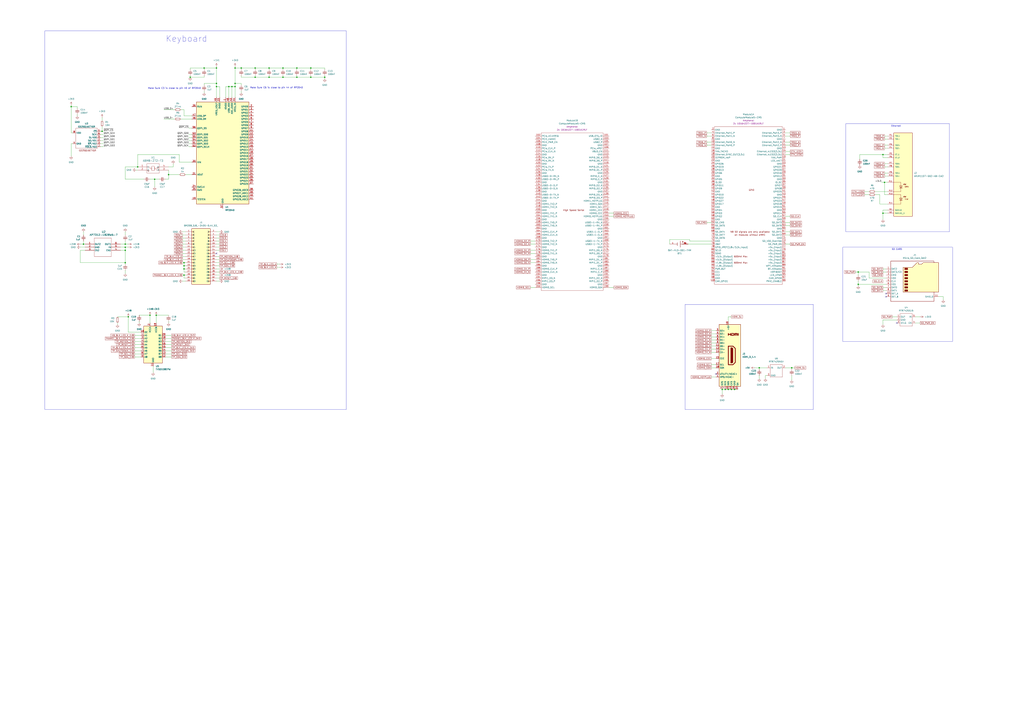
<source format=kicad_sch>
(kicad_sch (version 20250114) (generator "eeschema") (generator_version "9.0")
  (paper "A1")
  (rectangle (start 694.69 101.6) (end 779.78 190.5))
  (rectangle (start 562.61 250.19) (end 668.02 336.55))
  (rectangle (start 692.15 203.2) (end 782.32 280.67))
  (rectangle (start 36.83 25.4) (end 284.48 336.55))
  (text "SD CARD" (at 736.6 204.978 0) (effects (font (size 1.27 1.27))))
  (text "Make Sure C6 is close to pin 44 of RP2040" (at 227.076 72.136 0) (effects (font (size 1.27 1.27))))
  (text "Keyboard" (at 153.162 32.004 0) (effects (font (size 5 5))))
  (text "Make Sure C3 is close to pin 45 of RP2040" (at 143.256 72.644 0) (effects (font (size 1.27 1.27))))
  (text "Ethernet" (at 735.838 103.632 0) (effects (font (size 1.27 1.27))))
  (junction (at 243.84 55.88))
  (junction (at 232.41 63.5))
  (junction (at 177.8 68.58))
  (junction (at 68.58 200.66))
  (junction (at 603.25 320.04))
  (junction (at 598.17 320.04))
  (junction (at 209.55 63.5))
  (junction (at 128.27 259.08))
  (junction (at 123.19 259.08))
  (junction (at 255.27 55.88))
  (junction (at 266.7 63.5))
  (junction (at 167.64 55.88))
  (junction (at 177.8 71.12))
  (junction (at 151.13 220.98))
  (junction (at 198.12 55.88))
  (junction (at 726.44 149.86))
  (junction (at 704.85 223.52))
  (junction (at 220.98 63.5))
  (junction (at 105.41 260.35))
  (junction (at 127 147.32))
  (junction (at 193.04 55.88))
  (junction (at 151.13 215.9))
  (junction (at 220.98 55.88))
  (junction (at 138.43 143.51))
  (junction (at 151.13 226.06))
  (junction (at 725.17 175.26))
  (junction (at 725.17 127))
  (junction (at 623.57 302.26))
  (junction (at 600.71 320.04))
  (junction (at 209.55 55.88))
  (junction (at 193.04 68.58))
  (junction (at 102.87 200.66))
  (junction (at 193.04 71.12))
  (junction (at 102.87 203.2))
  (junction (at 177.8 55.88))
  (junction (at 650.24 302.26))
  (junction (at 190.5 71.12))
  (junction (at 113.03 137.16))
  (junction (at 58.42 87.63))
  (junction (at 593.09 320.04))
  (junction (at 255.27 63.5))
  (junction (at 102.87 205.74))
  (junction (at 704.85 233.68))
  (junction (at 243.84 63.5))
  (junction (at 83.82 107.95))
  (junction (at 151.13 218.44))
  (junction (at 187.96 71.12))
  (junction (at 102.87 215.9))
  (junction (at 232.41 55.88))
  (junction (at 156.21 63.5))
  (junction (at 595.63 320.04))
  (no_connect (at 177.8 208.28))
  (no_connect (at 588.01 307.34))
  (no_connect (at 727.71 241.3))
  (no_connect (at 727.71 243.84))
  (no_connect (at 736.6 265.43))
  (wire (pts (xy 156.21 57.15) (xy 156.21 55.88)))
  (wire (pts (xy 177.8 71.12) (xy 177.8 68.58)))
  (wire (pts (xy 726.44 121.92) (xy 728.98 121.92)))
  (wire (pts (xy 135.89 275.59) (xy 140.97 275.59)))
  (wire (pts (xy 125.73 300.99) (xy 125.73 306.07)))
  (wire (pts (xy 177.8 71.12) (xy 177.8 80.01)))
  (wire (pts (xy 726.44 149.86) (xy 728.98 149.86)))
  (wire (pts (xy 138.43 137.16) (xy 142.24 137.16)))
  (wire (pts (xy 774.7 243.84) (xy 774.7 246.38)))
  (wire (pts (xy 110.49 275.59) (xy 115.57 275.59)))
  (wire (pts (xy 580.39 182.88) (xy 584.2 182.88)))
  (wire (pts (xy 147.32 127) (xy 113.03 127)))
  (wire (pts (xy 110.49 280.67) (xy 115.57 280.67)))
  (wire (pts (xy 220.98 55.88) (xy 220.98 57.15)))
  (wire (pts (xy 154.94 113.03) (xy 157.48 113.03)))
  (wire (pts (xy 83.82 104.14) (xy 83.82 107.95)))
  (wire (pts (xy 435.61 208.28) (xy 439.42 208.28)))
  (wire (pts (xy 713.74 223.52) (xy 704.85 223.52)))
  (wire (pts (xy 584.2 299.72) (xy 588.01 299.72)))
  (wire (pts (xy 722.63 167.64) (xy 722.63 160.02)))
  (wire (pts (xy 68.58 198.12) (xy 68.58 200.66)))
  (wire (pts (xy 220.98 55.88) (xy 232.41 55.88)))
  (wire (pts (xy 149.86 208.28) (xy 152.4 208.28)))
  (wire (pts (xy 102.87 224.79) (xy 102.87 222.25)))
  (wire (pts (xy 580.39 109.22) (xy 584.2 109.22)))
  (wire (pts (xy 255.27 63.5) (xy 255.27 62.23)))
  (wire (pts (xy 96.52 260.35) (xy 105.41 260.35)))
  (wire (pts (xy 549.91 200.66) (xy 549.91 196.85)))
  (wire (pts (xy 726.44 134.62) (xy 728.98 134.62)))
  (wire (pts (xy 566.42 198.12) (xy 584.2 198.12)))
  (wire (pts (xy 167.64 69.85) (xy 167.64 68.58)))
  (wire (pts (xy 63.5 95.25) (xy 63.5 93.98)))
  (wire (pts (xy 167.64 62.23) (xy 167.64 63.5)))
  (wire (pts (xy 232.41 55.88) (xy 232.41 57.15)))
  (wire (pts (xy 227.33 217.17) (xy 229.87 217.17)))
  (wire (pts (xy 102.87 205.74) (xy 99.06 205.74)))
  (wire (pts (xy 718.82 157.48) (xy 728.98 157.48)))
  (wire (pts (xy 156.21 63.5) (xy 156.21 62.23)))
  (wire (pts (xy 580.39 116.84) (xy 584.2 116.84)))
  (wire (pts (xy 149.86 226.06) (xy 151.13 226.06)))
  (wire (pts (xy 151.13 226.06) (xy 152.4 226.06)))
  (wire (pts (xy 147.32 143.51) (xy 138.43 143.51)))
  (wire (pts (xy 110.49 293.37) (xy 115.57 293.37)))
  (wire (pts (xy 147.32 133.35) (xy 147.32 127)))
  (wire (pts (xy 566.42 196.85) (xy 566.42 198.12)))
  (wire (pts (xy 110.49 285.75) (xy 115.57 285.75)))
  (wire (pts (xy 151.13 226.06) (xy 151.13 228.6)))
  (wire (pts (xy 102.87 198.12) (xy 102.87 200.66)))
  (wire (pts (xy 177.8 203.2) (xy 180.34 203.2)))
  (wire (pts (xy 725.17 127) (xy 706.12 127)))
  (wire (pts (xy 243.84 63.5) (xy 243.84 62.23)))
  (wire (pts (xy 99.06 200.66) (xy 102.87 200.66)))
  (wire (pts (xy 645.16 190.5) (xy 648.97 190.5)))
  (wire (pts (xy 177.8 223.52) (xy 180.34 223.52)))
  (wire (pts (xy 732.79 260.35) (xy 736.6 260.35)))
  (wire (pts (xy 149.86 198.12) (xy 152.4 198.12)))
  (wire (pts (xy 114.3 264.16) (xy 114.3 265.43)))
  (wire (pts (xy 177.8 205.74) (xy 180.34 205.74)))
  (wire (pts (xy 220.98 63.5) (xy 220.98 62.23)))
  (wire (pts (xy 232.41 63.5) (xy 220.98 63.5)))
  (wire (pts (xy 82.55 120.65) (xy 85.09 120.65)))
  (wire (pts (xy 629.92 308.61) (xy 628.65 308.61)))
  (wire (pts (xy 149.86 193.04) (xy 152.4 193.04)))
  (wire (pts (xy 68.58 190.5) (xy 68.58 193.04)))
  (wire (pts (xy 177.8 220.98) (xy 180.34 220.98)))
  (wire (pts (xy 63.5 88.9) (xy 63.5 87.63)))
  (wire (pts (xy 725.17 236.22) (xy 727.71 236.22)))
  (wire (pts (xy 69.85 200.66) (xy 68.58 200.66)))
  (wire (pts (xy 266.7 62.23) (xy 266.7 63.5)))
  (wire (pts (xy 102.87 203.2) (xy 105.41 203.2)))
  (wire (pts (xy 198.12 55.88) (xy 209.55 55.88)))
  (wire (pts (xy 435.61 236.22) (xy 439.42 236.22)))
  (wire (pts (xy 151.13 215.9) (xy 152.4 215.9)))
  (wire (pts (xy 113.03 137.16) (xy 102.87 137.16)))
  (wire (pts (xy 187.96 71.12) (xy 187.96 80.01)))
  (wire (pts (xy 177.8 54.61) (xy 177.8 55.88)))
  (wire (pts (xy 704.85 231.14) (xy 704.85 233.68)))
  (wire (pts (xy 650.24 308.61) (xy 650.24 312.42)))
  (wire (pts (xy 243.84 55.88) (xy 255.27 55.88)))
  (wire (pts (xy 751.84 260.35) (xy 755.65 260.35)))
  (wire (pts (xy 209.55 55.88) (xy 209.55 57.15)))
  (wire (pts (xy 198.12 74.93) (xy 198.12 76.2)))
  (wire (pts (xy 102.87 203.2) (xy 102.87 205.74)))
  (wire (pts (xy 82.55 115.57) (xy 85.09 115.57)))
  (wire (pts (xy 110.49 283.21) (xy 115.57 283.21)))
  (wire (pts (xy 728.98 172.72) (xy 725.17 172.72)))
  (wire (pts (xy 177.8 210.82) (xy 180.34 210.82)))
  (wire (pts (xy 113.03 127) (xy 113.03 137.16)))
  (wire (pts (xy 645.16 182.88) (xy 648.97 182.88)))
  (wire (pts (xy 187.96 71.12) (xy 190.5 71.12)))
  (wire (pts (xy 152.4 228.6) (xy 151.13 228.6)))
  (wire (pts (xy 726.44 142.24) (xy 728.98 142.24)))
  (wire (pts (xy 584.2 284.48) (xy 588.01 284.48)))
  (wire (pts (xy 167.64 63.5) (xy 156.21 63.5)))
  (wire (pts (xy 603.25 320.04) (xy 605.79 320.04)))
  (wire (pts (xy 123.19 147.32) (xy 127 147.32)))
  (wire (pts (xy 135.89 280.67) (xy 140.97 280.67)))
  (wire (pts (xy 645.16 193.04) (xy 648.97 193.04)))
  (wire (pts (xy 645.16 119.38) (xy 648.97 119.38)))
  (wire (pts (xy 135.89 147.32) (xy 138.43 147.32)))
  (wire (pts (xy 157.48 133.35) (xy 147.32 133.35)))
  (wire (pts (xy 500.38 177.8) (xy 504.19 177.8)))
  (wire (pts (xy 96.52 265.43) (xy 96.52 266.7)))
  (wire (pts (xy 148.59 97.79) (xy 157.48 97.79)))
  (wire (pts (xy 177.8 213.36) (xy 180.34 213.36)))
  (wire (pts (xy 645.16 127) (xy 648.97 127)))
  (wire (pts (xy 266.7 63.5) (xy 255.27 63.5)))
  (wire (pts (xy 138.43 264.16) (xy 138.43 265.43)))
  (wire (pts (xy 149.86 213.36) (xy 152.4 213.36)))
  (wire (pts (xy 110.49 278.13) (xy 115.57 278.13)))
  (wire (pts (xy 728.98 127) (xy 725.17 127)))
  (wire (pts (xy 177.8 200.66) (xy 180.34 200.66)))
  (wire (pts (xy 177.8 228.6) (xy 180.34 228.6)))
  (wire (pts (xy 58.42 87.63) (xy 63.5 87.63)))
  (wire (pts (xy 177.8 190.5) (xy 180.34 190.5)))
  (wire (pts (xy 66.04 215.9) (xy 102.87 215.9)))
  (wire (pts (xy 154.94 118.11) (xy 157.48 118.11)))
  (wire (pts (xy 134.62 90.17) (xy 143.51 90.17)))
  (wire (pts (xy 584.2 289.56) (xy 588.01 289.56)))
  (wire (pts (xy 584.2 281.94) (xy 588.01 281.94)))
  (wire (pts (xy 167.64 68.58) (xy 177.8 68.58)))
  (wire (pts (xy 628.65 308.61) (xy 628.65 311.15)))
  (wire (pts (xy 770.89 243.84) (xy 774.7 243.84)))
  (wire (pts (xy 255.27 55.88) (xy 266.7 55.88)))
  (wire (pts (xy 177.8 195.58) (xy 180.34 195.58)))
  (wire (pts (xy 193.04 55.88) (xy 198.12 55.88)))
  (wire (pts (xy 154.94 120.65) (xy 157.48 120.65)))
  (wire (pts (xy 435.61 205.74) (xy 439.42 205.74)))
  (wire (pts (xy 725.17 127) (xy 725.17 129.54)))
  (wire (pts (xy 549.91 196.85) (xy 566.42 196.85)))
  (wire (pts (xy 198.12 57.15) (xy 198.12 55.88)))
  (wire (pts (xy 704.85 226.06) (xy 704.85 223.52)))
  (wire (pts (xy 706.12 127) (xy 706.12 130.81)))
  (wire (pts (xy 151.13 90.17) (xy 148.59 90.17)))
  (wire (pts (xy 593.09 320.04) (xy 595.63 320.04)))
  (wire (pts (xy 726.44 137.16) (xy 728.98 137.16)))
  (wire (pts (xy 102.87 200.66) (xy 105.41 200.66)))
  (wire (pts (xy 728.98 129.54) (xy 725.17 129.54)))
  (wire (pts (xy 58.42 118.11) (xy 59.69 118.11)))
  (wire (pts (xy 152.4 143.51) (xy 157.48 143.51)))
  (wire (pts (xy 149.86 210.82) (xy 152.4 210.82)))
  (wire (pts (xy 584.2 302.26) (xy 588.01 302.26)))
  (wire (pts (xy 68.58 200.66) (xy 66.04 200.66)))
  (wire (pts (xy 435.61 215.9) (xy 439.42 215.9)))
  (wire (pts (xy 123.19 259.08) (xy 123.19 265.43)))
  (wire (pts (xy 134.62 97.79) (xy 143.51 97.79)))
  (wire (pts (xy 713.74 228.6) (xy 713.74 223.52)))
  (wire (pts (xy 149.86 205.74) (xy 152.4 205.74)))
  (wire (pts (xy 177.8 198.12) (xy 180.34 198.12)))
  (wire (pts (xy 135.89 288.29) (xy 140.97 288.29)))
  (wire (pts (xy 709.93 157.48) (xy 713.74 157.48)))
  (wire (pts (xy 157.48 95.25) (xy 151.13 95.25)))
  (wire (pts (xy 83.82 107.95) (xy 85.09 107.95)))
  (wire (pts (xy 180.34 71.12) (xy 177.8 71.12)))
  (wire (pts (xy 154.94 105.41) (xy 157.48 105.41)))
  (wire (pts (xy 138.43 143.51) (xy 138.43 139.7)))
  (wire (pts (xy 722.63 160.02) (xy 718.82 160.02)))
  (wire (pts (xy 726.44 144.78) (xy 728.98 144.78)))
  (wire (pts (xy 725.17 175.26) (xy 728.98 175.26)))
  (wire (pts (xy 725.17 172.72) (xy 725.17 175.26)))
  (wire (pts (xy 198.12 63.5) (xy 198.12 62.23)))
  (wire (pts (xy 726.44 111.76) (xy 728.98 111.76)))
  (wire (pts (xy 177.8 55.88) (xy 177.8 68.58)))
  (wire (pts (xy 167.64 55.88) (xy 167.64 57.15)))
  (wire (pts (xy 114.3 259.08) (xy 123.19 259.08)))
  (wire (pts (xy 584.2 271.78) (xy 588.01 271.78)))
  (wire (pts (xy 595.63 320.04) (xy 598.17 320.04)))
  (wire (pts (xy 584.2 287.02) (xy 588.01 287.02)))
  (wire (pts (xy 725.17 238.76) (xy 727.71 238.76)))
  (wire (pts (xy 128.27 259.08) (xy 128.27 265.43)))
  (wire (pts (xy 135.89 283.21) (xy 140.97 283.21)))
  (wire (pts (xy 593.09 320.04) (xy 593.09 323.85)))
  (wire (pts (xy 127 147.32) (xy 130.81 147.32)))
  (wire (pts (xy 105.41 273.05) (xy 115.57 273.05)))
  (wire (pts (xy 190.5 71.12) (xy 193.04 71.12)))
  (wire (pts (xy 227.33 219.71) (xy 229.87 219.71)))
  (wire (pts (xy 142.24 137.16) (xy 142.24 134.62)))
  (wire (pts (xy 152.4 220.98) (xy 151.13 220.98)))
  (wire (pts (xy 152.4 223.52) (xy 151.13 223.52)))
  (wire (pts (xy 619.76 302.26) (xy 623.57 302.26)))
  (wire (pts (xy 82.55 113.03) (xy 85.09 113.03)))
  (wire (pts (xy 198.12 68.58) (xy 193.04 68.58)))
  (wire (pts (xy 645.16 124.46) (xy 648.97 124.46)))
  (wire (pts (xy 128.27 259.08) (xy 138.43 259.08)))
  (wire (pts (xy 135.89 290.83) (xy 140.97 290.83)))
  (wire (pts (xy 149.86 195.58) (xy 152.4 195.58)))
  (wire (pts (xy 726.44 160.02) (xy 726.44 149.86)))
  (wire (pts (xy 152.4 218.44) (xy 151.13 218.44)))
  (wire (pts (xy 736.6 262.89) (xy 725.17 262.89)))
  (wire (pts (xy 645.16 177.8) (xy 648.97 177.8)))
  (wire (pts (xy 243.84 63.5) (xy 232.41 63.5)))
  (wire (pts (xy 704.85 233.68) (xy 704.85 234.95)))
  (wire (pts (xy 728.98 160.02) (xy 726.44 160.02)))
  (wire (pts (xy 209.55 55.88) (xy 220.98 55.88)))
  (wire (pts (xy 725.17 223.52) (xy 727.71 223.52)))
  (wire (pts (xy 629.92 302.26) (xy 623.57 302.26)))
  (wire (pts (xy 725.17 220.98) (xy 727.71 220.98)))
  (wire (pts (xy 266.7 55.88) (xy 266.7 57.15)))
  (wire (pts (xy 69.85 205.74) (xy 66.04 205.74)))
  (wire (pts (xy 584.2 294.64) (xy 588.01 294.64)))
  (wire (pts (xy 220.98 63.5) (xy 209.55 63.5)))
  (wire (pts (xy 435.61 198.12) (xy 439.42 198.12)))
  (wire (pts (xy 584.2 274.32) (xy 588.01 274.32)))
  (wire (pts (xy 149.86 231.14) (xy 152.4 231.14)))
  (wire (pts (xy 598.17 260.35) (xy 598.17 264.16)))
  (wire (pts (xy 154.94 110.49) (xy 157.48 110.49)))
  (wire (pts (xy 82.55 107.95) (xy 83.82 107.95)))
  (wire (pts (xy 725.17 262.89) (xy 725.17 266.7)))
  (wire (pts (xy 185.42 80.01) (xy 185.42 71.12)))
  (wire (pts (xy 623.57 302.26) (xy 623.57 303.53)))
  (wire (pts (xy 151.13 218.44) (xy 151.13 215.9)))
  (wire (pts (xy 66.04 203.2) (xy 69.85 203.2)))
  (wire (pts (xy 177.8 55.88) (xy 167.64 55.88)))
  (wire (pts (xy 83.82 96.52) (xy 83.82 99.06)))
  (wire (pts (xy 584.2 279.4) (xy 588.01 279.4)))
  (wire (pts (xy 645.16 111.76) (xy 648.97 111.76)))
  (wire (pts (xy 723.9 149.86) (xy 726.44 149.86)))
  (wire (pts (xy 435.61 200.66) (xy 439.42 200.66)))
  (wire (pts (xy 598.17 320.04) (xy 600.71 320.04)))
  (wire (pts (xy 190.5 80.01) (xy 190.5 71.12)))
  (wire (pts (xy 209.55 63.5) (xy 198.12 63.5)))
  (wire (pts (xy 580.39 119.38) (xy 584.2 119.38)))
  (wire (pts (xy 198.12 69.85) (xy 198.12 68.58)))
  (wire (pts (xy 177.8 226.06) (xy 180.34 226.06)))
  (wire (pts (xy 102.87 147.32) (xy 118.11 147.32)))
  (wire (pts (xy 151.13 95.25) (xy 151.13 90.17)))
  (wire (pts (xy 193.04 54.61) (xy 193.04 55.88)))
  (wire (pts (xy 110.49 290.83) (xy 115.57 290.83)))
  (wire (pts (xy 255.27 63.5) (xy 243.84 63.5)))
  (wire (pts (xy 149.86 203.2) (xy 152.4 203.2)))
  (wire (pts (xy 102.87 190.5) (xy 102.87 193.04)))
  (wire (pts (xy 99.06 203.2) (xy 102.87 203.2)))
  (wire (pts (xy 102.87 215.9) (xy 102.87 205.74)))
  (wire (pts (xy 500.38 175.26) (xy 504.19 175.26)))
  (wire (pts (xy 232.41 55.88) (xy 243.84 55.88)))
  (wire (pts (xy 645.16 109.22) (xy 648.97 109.22)))
  (wire (pts (xy 149.86 215.9) (xy 151.13 215.9)))
  (wire (pts (xy 645.16 185.42) (xy 648.97 185.42)))
  (wire (pts (xy 111.76 139.7) (xy 113.03 139.7)))
  (wire (pts (xy 151.13 223.52) (xy 151.13 220.98)))
  (wire (pts (xy 58.42 86.36) (xy 58.42 87.63)))
  (wire (pts (xy 727.71 228.6) (xy 713.74 228.6)))
  (wire (pts (xy 704.85 223.52) (xy 702.31 223.52)))
  (wire (pts (xy 66.04 205.74) (xy 66.04 215.9)))
  (wire (pts (xy 177.8 215.9) (xy 180.34 215.9)))
  (wire (pts (xy 177.8 218.44) (xy 180.34 218.44)))
  (wire (pts (xy 255.27 55.88) (xy 255.27 57.15)))
  (wire (pts (xy 600.71 320.04) (xy 603.25 320.04)))
  (wire (pts (xy 727.71 233.68) (xy 704.85 233.68)))
  (wire (pts (xy 167.64 74.93) (xy 167.64 76.2)))
  (wire (pts (xy 135.89 285.75) (xy 140.97 285.75)))
  (wire (pts (xy 600.71 260.35) (xy 598.17 260.35)))
  (wire (pts (xy 243.84 55.88) (xy 243.84 57.15)))
  (wire (pts (xy 584.2 276.86) (xy 588.01 276.86)))
  (wire (pts (xy 135.89 278.13) (xy 140.97 278.13)))
  (wire (pts (xy 82.55 110.49) (xy 85.09 110.49)))
  (wire (pts (xy 185.42 71.12) (xy 187.96 71.12)))
  (wire (pts (xy 623.57 308.61) (xy 623.57 311.15)))
  (wire (pts (xy 138.43 147.32) (xy 138.43 143.51)))
  (wire (pts (xy 725.17 175.26) (xy 725.17 180.34)))
  (wire (pts (xy 645.16 302.26) (xy 650.24 302.26)))
  (wire (pts (xy 726.44 119.38) (xy 728.98 119.38)))
  (wire (pts (xy 726.44 114.3) (xy 728.98 114.3)))
  (wire (pts (xy 193.04 68.58) (xy 193.04 71.12)))
  (wire (pts (xy 110.49 288.29) (xy 115.57 288.29)))
  (wire (pts (xy 751.84 265.43) (xy 755.65 265.43)))
  (wire (pts (xy 58.42 109.22) (xy 59.69 109.22)))
  (wire (pts (xy 135.89 293.37) (xy 140.97 293.37)))
  (wire (pts (xy 156.21 55.88) (xy 167.64 55.88)))
  (wire (pts (xy 650.24 302.26) (xy 652.78 302.26)))
  (wire (pts (xy 650.24 302.26) (xy 650.24 303.53)))
  (wire (pts (xy 102.87 137.16) (xy 102.87 147.32)))
  (wire (pts (xy 151.13 220.98) (xy 151.13 218.44)))
  (wire (pts (xy 193.04 80.01) (xy 193.04 71.12)))
  (wire (pts (xy 154.94 115.57) (xy 157.48 115.57)))
  (wire (pts (xy 645.16 116.84) (xy 648.97 116.84)))
  (wire (pts (xy 105.41 273.05) (xy 105.41 260.35)))
  (wire (pts (xy 500.38 236.22) (xy 504.19 236.22)))
  (wire (pts (xy 209.55 63.5) (xy 209.55 62.23)))
  (wire (pts (xy 149.86 200.66) (xy 152.4 200.66)))
  (wire (pts (xy 584.2 309.88) (xy 588.01 309.88)))
  (wire (pts (xy 177.8 231.14) (xy 180.34 231.14)))
  (wire (pts (xy 728.98 167.64) (xy 722.63 167.64)))
  (wire (pts (xy 82.55 118.11) (xy 85.09 118.11)))
  (wire (pts (xy 645.16 200.66) (xy 648.97 200.66)))
  (wire (pts (xy 58.42 118.11) (xy 58.42 128.27)))
  (wire (pts (xy 266.7 63.5) (xy 266.7 64.77)))
  (wire (pts (xy 435.61 213.36) (xy 439.42 213.36)))
  (wire (pts (xy 580.39 111.76) (xy 584.2 111.76)))
  (wire (pts (xy 58.42 87.63) (xy 58.42 109.22)))
  (wire (pts (xy 193.04 55.88) (xy 193.04 68.58)))
  (wire (pts (xy 127 147.32) (xy 127 153.67)))
  (wire (pts (xy 177.8 193.04) (xy 180.34 193.04)))
  (wire (pts (xy 102.87 215.9) (xy 102.87 217.17)))
  (wire (pts (xy 149.86 190.5) (xy 152.4 190.5)))
  (wire (pts (xy 709.93 160.02) (xy 713.74 160.02)))
  (wire (pts (xy 232.41 63.5) (xy 232.41 62.23)))
  (wire (pts (xy 565.15 200.66) (xy 584.2 200.66)))
  (wire (pts (xy 180.34 80.01) (xy 180.34 71.12)))
  (label "QSPI_SD2" (at 85.09 118.11 0))
  (label "~{QSPI_CS}" (at 154.94 105.41 180))
  (label "+3v3" (at 723.9 149.86 180))
  (label "~{QSPI_CS}" (at 85.09 107.95 0))
  (label "QSPI_SD3" (at 154.94 118.11 180))
  (label "QSPI_SD0" (at 154.94 110.49 180))
  (label "USB_D-" (at 134.62 97.79 0))
  (label "QSPI_SCK" (at 154.94 120.65 180))
  (label "QSPI_SD3" (at 85.09 120.65 0))
  (label "USB_D+" (at 134.62 90.17 0))
  (label "QSPI_SD1" (at 85.09 115.57 0))
  (label "QSPI_SCK" (at 85.09 110.49 0))
  (label "QSPI_SD0" (at 85.09 113.03 0))
  (label "QSPI_SD2" (at 154.94 115.57 180))
  (label "QSPI_SD1" (at 154.94 113.03 180))
  (global_label "TRD2_P" (shape passive) (at 648.97 119.38 0) (property "Intersheetrefs" "${INTERSHEET_REFS}" (effects (hide yes))))
  (global_label "SD_CMD" (shape passive) (at 580.39 182.88 180) (property "Intersheetrefs" "${INTERSHEET_REFS}" (effects (hide yes))))
  (global_label "TRD2_N" (shape passive) (at 726.44 137.16 180) (property "Intersheetrefs" "${INTERSHEET_REFS}" (effects (hide yes))))
  (global_label "TP_MOTION_1V8" (shape passive) (at 110.49 280.67 180) (property "Intersheetrefs" "${INTERSHEET_REFS}" (effects (hide yes))))
  (global_label "TP_SCL_1V8" (shape passive) (at 180.34 215.9 0) (property "Intersheetrefs" "${INTERSHEET_REFS}" (effects (hide yes))))
  (global_label "HDMI0_SDA" (shape passive) (at 504.19 236.22 0) (property "Intersheetrefs" "${INTERSHEET_REFS}" (effects (hide yes))))
  (global_label "HDMI0_D1_N" (shape passive) (at 584.2 279.4 180) (property "Intersheetrefs" "${INTERSHEET_REFS}" (effects (hide yes))))
  (global_label "TP_BLK_LED_A" (shape passive) (at 149.86 210.82 180) (property "Intersheetrefs" "${INTERSHEET_REFS}" (effects (hide yes))))
  (global_label "TP_SHUTDOWN_1V8" (shape passive) (at 110.49 288.29 180) (property "Intersheetrefs" "${INTERSHEET_REFS}" (effects (hide yes))))
  (global_label "TRD0_N" (shape passive) (at 726.44 114.3 180) (property "Intersheetrefs" "${INTERSHEET_REFS}" (effects (hide yes))))
  (global_label "TRD3_P" (shape passive) (at 726.44 142.24 180) (property "Intersheetrefs" "${INTERSHEET_REFS}" (effects (hide yes))))
  (global_label "TRD3_P" (shape passive) (at 648.97 111.76 0) (property "Intersheetrefs" "${INTERSHEET_REFS}" (effects (hide yes))))
  (global_label "TRD0_N" (shape passive) (at 580.39 119.38 180) (property "Intersheetrefs" "${INTERSHEET_REFS}" (effects (hide yes))))
  (global_label "TRD0_P" (shape passive) (at 580.39 116.84 180) (property "Intersheetrefs" "${INTERSHEET_REFS}" (effects (hide yes))))
  (global_label "TRD2_P" (shape passive) (at 726.44 134.62 180) (property "Intersheetrefs" "${INTERSHEET_REFS}" (effects (hide yes))))
  (global_label "HDMI0_D1_P" (shape passive) (at 435.61 205.74 180) (property "Intersheetrefs" "${INTERSHEET_REFS}" (effects (hide yes))))
  (global_label "ROW6" (shape passive) (at 149.86 195.58 180) (property "Intersheetrefs" "${INTERSHEET_REFS}" (effects (hide yes))))
  (global_label "TP_RESET_1V8" (shape passive) (at 110.49 283.21 180) (property "Intersheetrefs" "${INTERSHEET_REFS}" (effects (hide yes))))
  (global_label "SD_DAT2" (shape passive) (at 648.97 193.04 0) (property "Intersheetrefs" "${INTERSHEET_REFS}" (effects (hide yes))))
  (global_label "SD_DAT3" (shape passive) (at 725.17 223.52 180) (property "Intersheetrefs" "${INTERSHEET_REFS}" (effects (hide yes))))
  (global_label "SD_CLK" (shape passive) (at 648.97 177.8 0) (property "Intersheetrefs" "${INTERSHEET_REFS}" (effects (hide yes))))
  (global_label "HDMI0_SCL" (shape passive) (at 584.2 299.72 180) (property "Intersheetrefs" "${INTERSHEET_REFS}" (effects (hide yes))))
  (global_label "KB_BLK_LED_K_1V8" (shape passive) (at 110.49 275.59 180) (property "Intersheetrefs" "${INTERSHEET_REFS}" (effects (hide yes))))
  (global_label "HDMI_5v" (shape passive) (at 600.71 260.35 0) (property "Intersheetrefs" "${INTERSHEET_REFS}" (effects (hide yes))))
  (global_label "TRD2_N" (shape passive) (at 648.97 116.84 0) (property "Intersheetrefs" "${INTERSHEET_REFS}" (effects (hide yes))))
  (global_label "ROW2" (shape passive) (at 149.86 205.74 180) (property "Intersheetrefs" "${INTERSHEET_REFS}" (effects (hide yes))))
  (global_label "HDMI0_D1_N" (shape passive) (at 435.61 208.28 180) (property "Intersheetrefs" "${INTERSHEET_REFS}" (effects (hide yes))))
  (global_label "SD_DAT0" (shape passive) (at 725.17 236.22 180) (property "Intersheetrefs" "${INTERSHEET_REFS}" (effects (hide yes))))
  (global_label "HDMI0_HOTPLUG" (shape passive) (at 584.2 309.88 180) (property "Intersheetrefs" "${INTERSHEET_REFS}" (effects (hide yes))))
  (global_label "TP_SDA_1V8" (shape passive) (at 180.34 218.44 0) (property "Intersheetrefs" "${INTERSHEET_REFS}" (effects (hide yes))))
  (global_label "KB_BLK_LED_A" (shape passive) (at 227.33 219.71 180) (property "Intersheetrefs" "${INTERSHEET_REFS}" (effects (hide yes))))
  (global_label "HDMI0_D0_P" (shape passive) (at 435.61 213.36 180) (property "Intersheetrefs" "${INTERSHEET_REFS}" (effects (hide yes))))
  (global_label "TRD1_P" (shape passive) (at 726.44 119.38 180) (property "Intersheetrefs" "${INTERSHEET_REFS}" (effects (hide yes))))
  (global_label "SD_PWR" (shape passive) (at 732.79 260.35 180) (property "Intersheetrefs" "${INTERSHEET_REFS}" (effects (hide yes))))
  (global_label "SD_PWR" (shape passive) (at 702.31 223.52 180) (property "Intersheetrefs" "${INTERSHEET_REFS}" (effects (hide yes))))
  (global_label "HDMI_5v" (shape passive) (at 652.78 302.26 0) (property "Intersheetrefs" "${INTERSHEET_REFS}" (effects (hide yes))))
  (global_label "SD_DAT2" (shape passive) (at 725.17 220.98 180) (property "Intersheetrefs" "${INTERSHEET_REFS}" (effects (hide yes))))
  (global_label "COL3" (shape passive) (at 180.34 200.66 0) (property "Intersheetrefs" "${INTERSHEET_REFS}" (effects (hide yes))))
  (global_label "TP_SHUTDOWN_3V3" (shape passive) (at 140.97 288.29 0) (property "Intersheetrefs" "${INTERSHEET_REFS}" (effects (hide yes))))
  (global_label "TRD0_P" (shape passive) (at 726.44 111.76 180) (property "Intersheetrefs" "${INTERSHEET_REFS}" (effects (hide yes))))
  (global_label "SD_CLK" (shape passive) (at 725.17 231.14 180) (property "Intersheetrefs" "${INTERSHEET_REFS}" (effects (hide yes))))
  (global_label "SD_DAT3" (shape passive) (at 648.97 182.88 0) (property "Intersheetrefs" "${INTERSHEET_REFS}" (effects (hide yes))))
  (global_label "KB_BLK_LED_K_3V3" (shape passive) (at 140.97 275.59 0) (property "Intersheetrefs" "${INTERSHEET_REFS}" (effects (hide yes))))
  (global_label "ROW4" (shape passive) (at 149.86 200.66 180) (property "Intersheetrefs" "${INTERSHEET_REFS}" (effects (hide yes))))
  (global_label "HDMI0_SDA" (shape passive) (at 584.2 302.26 180) (property "Intersheetrefs" "${INTERSHEET_REFS}" (effects (hide yes))))
  (global_label "TRD3_N" (shape passive) (at 726.44 144.78 180) (property "Intersheetrefs" "${INTERSHEET_REFS}" (effects (hide yes))))
  (global_label "HDMI0_SCL" (shape passive) (at 435.61 236.22 180) (property "Intersheetrefs" "${INTERSHEET_REFS}" (effects (hide yes))))
  (global_label "ETH_LEDG" (shape passive) (at 648.97 127 0) (property "Intersheetrefs" "${INTERSHEET_REFS}" (effects (hide yes))))
  (global_label "TP_BLK_LED_K_1V8" (shape passive) (at 180.34 223.52 0) (property "Intersheetrefs" "${INTERSHEET_REFS}" (effects (hide yes))))
  (global_label "ETH_LEDY" (shape passive) (at 709.93 160.02 180) (property "Intersheetrefs" "${INTERSHEET_REFS}" (effects (hide yes))))
  (global_label "TP_SCL_3V3" (shape passive) (at 140.97 290.83 0) (property "Intersheetrefs" "${INTERSHEET_REFS}" (effects (hide yes))))
  (global_label "TP_RESET_1V8" (shape passive) (at 180.34 228.6 0) (property "Intersheetrefs" "${INTERSHEET_REFS}" (effects (hide yes))))
  (global_label "SD_DAT0" (shape passive) (at 648.97 185.42 0) (property "Intersheetrefs" "${INTERSHEET_REFS}" (effects (hide yes))))
  (global_label "TP_BLK_LED_K_3V3" (shape passive) (at 140.97 285.75 0) (property "Intersheetrefs" "${INTERSHEET_REFS}" (effects (hide yes))))
  (global_label "PANNEL_BLK_LED_K_1V8" (shape passive) (at 110.49 278.13 180) (property "Intersheetrefs" "${INTERSHEET_REFS}" (effects (hide yes))))
  (global_label "HDMI0_D2_P" (shape passive) (at 584.2 271.78 180) (property "Intersheetrefs" "${INTERSHEET_REFS}" (effects (hide yes))))
  (global_label "HDMI0_D2_N" (shape passive) (at 435.61 200.66 180) (property "Intersheetrefs" "${INTERSHEET_REFS}" (effects (hide yes))))
  (global_label "HDMI0_CK_N" (shape passive) (at 584.2 289.56 180) (property "Intersheetrefs" "${INTERSHEET_REFS}" (effects (hide yes))))
  (global_label "TP_BLK_LED_A" (shape passive) (at 227.33 217.17 180) (property "Intersheetrefs" "${INTERSHEET_REFS}" (effects (hide yes))))
  (global_label "KB_BLK_LED_A" (shape passive) (at 149.86 213.36 180) (property "Intersheetrefs" "${INTERSHEET_REFS}" (effects (hide yes))))
  (global_label "HDMI0_CK_P" (shape passive) (at 435.61 220.98 180) (property "Intersheetrefs" "${INTERSHEET_REFS}" (effects (hide yes))))
  (global_label "COL1" (shape passive) (at 180.34 205.74 0) (property "Intersheetrefs" "${INTERSHEET_REFS}" (effects (hide yes))))
  (global_label "HDMI0_CK_N" (shape passive) (at 435.61 223.52 180) (property "Intersheetrefs" "${INTERSHEET_REFS}" (effects (hide yes))))
  (global_label "TP_BLK_LED_K_1V8" (shape passive) (at 110.49 285.75 180) (property "Intersheetrefs" "${INTERSHEET_REFS}" (effects (hide yes))))
  (global_label "PANNEL_BLK_LED_K_3V3" (shape passive) (at 140.97 278.13 0) (property "Intersheetrefs" "${INTERSHEET_REFS}" (effects (hide yes))))
  (global_label "HDMI0_HOTPLUG" (shape passive) (at 504.19 177.8 0) (property "Intersheetrefs" "${INTERSHEET_REFS}" (effects (hide yes))))
  (global_label "TP_RESET_3V3" (shape passive) (at 140.97 283.21 0) (property "Intersheetrefs" "${INTERSHEET_REFS}" (effects (hide yes))))
  (global_label "ROW3" (shape passive) (at 149.86 203.2 180) (property "Intersheetrefs" "${INTERSHEET_REFS}" (effects (hide yes))))
  (global_label "TP_MOTION_3V3" (shape passive) (at 140.97 280.67 0) (property "Intersheetrefs" "${INTERSHEET_REFS}" (effects (hide yes))))
  (global_label "HDMI0_D0_N" (shape passive) (at 435.61 215.9 180) (property "Intersheetrefs" "${INTERSHEET_REFS}" (effects (hide yes))))
  (global_label "TP_MOTION_1V8" (shape passive) (at 180.34 210.82 0) (property "Intersheetrefs" "${INTERSHEET_REFS}" (effects (hide yes))))
  (global_label "SD_PWR_ON" (shape passive) (at 755.65 265.43 0) (property "Intersheetrefs" "${INTERSHEET_REFS}" (effects (hide yes))))
  (global_label "ROW1" (shape passive) (at 149.86 208.28 180) (property "Intersheetrefs" "${INTERSHEET_REFS}" (effects (hide yes))))
  (global_label "SD_CMD" (shape passive) (at 725.17 226.06 180) (property "Intersheetrefs" "${INTERSHEET_REFS}" (effects (hide yes))))
  (global_label "PANNEL_BLK_LED_K_1V8" (shape passive) (at 149.86 226.06 180) (property "Intersheetrefs" "${INTERSHEET_REFS}" (effects (hide yes))))
  (global_label "HDMI0_CK_P" (shape passive) (at 584.2 287.02 180) (property "Intersheetrefs" "${INTERSHEET_REFS}" (effects (hide yes))))
  (global_label "SD_DAT1" (shape passive) (at 725.17 238.76 180) (property "Intersheetrefs" "${INTERSHEET_REFS}" (effects (hide yes))))
  (global_label "HDMI0_CEC" (shape passive) (at 504.19 175.26 0) (property "Intersheetrefs" "${INTERSHEET_REFS}" (effects (hide yes))))
  (global_label "SD_PWR_ON" (shape passive) (at 648.97 200.66 0) (property "Intersheetrefs" "${INTERSHEET_REFS}" (effects (hide yes))))
  (global_label "COL2" (shape passive) (at 180.34 203.2 0) (property "Intersheetrefs" "${INTERSHEET_REFS}" (effects (hide yes))))
  (global_label "HDMI0_D2_N" (shape passive) (at 584.2 274.32 180) (property "Intersheetrefs" "${INTERSHEET_REFS}" (effects (hide yes))))
  (global_label "HDMI0_D1_P" (shape passive) (at 584.2 276.86 180) (property "Intersheetrefs" "${INTERSHEET_REFS}" (effects (hide yes))))
  (global_label "ETH_LEDY" (shape passive) (at 648.97 124.46 0) (property "Intersheetrefs" "${INTERSHEET_REFS}" (effects (hide yes))))
  (global_label "TRD1_N" (shape passive) (at 580.39 111.76 180) (property "Intersheetrefs" "${INTERSHEET_REFS}" (effects (hide yes))))
  (global_label "TP_SCL_1V8" (shape passive) (at 110.49 290.83 180) (property "Intersheetrefs" "${INTERSHEET_REFS}" (effects (hide yes))))
  (global_label "ETH_LEDG" (shape passive) (at 709.93 157.48 180) (property "Intersheetrefs" "${INTERSHEET_REFS}" (effects (hide yes))))
  (global_label "COL5" (shape passive) (at 180.34 195.58 0) (property "Intersheetrefs" "${INTERSHEET_REFS}" (effects (hide yes))))
  (global_label "TRD1_N" (shape passive) (at 726.44 121.92 180) (property "Intersheetrefs" "${INTERSHEET_REFS}" (effects (hide yes))))
  (global_label "TP_SHUTDOWN_1V8" (shape passive) (at 180.34 213.36 0) (property "Intersheetrefs" "${INTERSHEET_REFS}" (effects (hide yes))))
  (global_label "SD_DAT1" (shape passive) (at 648.97 190.5 0) (property "Intersheetrefs" "${INTERSHEET_REFS}" (effects (hide yes))))
  (global_label "TP_SDA_1V8" (shape passive) (at 110.49 293.37 180) (property "Intersheetrefs" "${INTERSHEET_REFS}" (effects (hide yes))))
  (global_label "HDMI0_D0_N" (shape passive) (at 584.2 284.48 180) (property "Intersheetrefs" "${INTERSHEET_REFS}" (effects (hide yes))))
  (global_label "COL6" (shape passive) (at 180.34 193.04 0) (property "Intersheetrefs" "${INTERSHEET_REFS}" (effects (hide yes))))
  (global_label "HDMI0_D2_P" (shape passive) (at 435.61 198.12 180) (property "Intersheetrefs" "${INTERSHEET_REFS}" (effects (hide yes))))
  (global_label "ROW7" (shape passive) (at 149.86 193.04 180) (property "Intersheetrefs" "${INTERSHEET_REFS}" (effects (hide yes))))
  (global_label "TRD3_N" (shape passive) (at 648.97 109.22 0) (property "Intersheetrefs" "${INTERSHEET_REFS}" (effects (hide yes))))
  (global_label "TRD1_P" (shape passive) (at 580.39 109.22 180) (property "Intersheetrefs" "${INTERSHEET_REFS}" (effects (hide yes))))
  (global_label "HDMI0_D0_P" (shape passive) (at 584.2 281.94 180) (property "Intersheetrefs" "${INTERSHEET_REFS}" (effects (hide yes))))
  (global_label "ROW5" (shape passive) (at 149.86 198.12 180) (property "Intersheetrefs" "${INTERSHEET_REFS}" (effects (hide yes))))
  (global_label "HDMI0_CEC" (shape passive) (at 584.2 294.64 180) (property "Intersheetrefs" "${INTERSHEET_REFS}" (effects (hide yes))))
  (global_label "TP_SDA_3V3" (shape passive) (at 140.97 293.37 0) (property "Intersheetrefs" "${INTERSHEET_REFS}" (effects (hide yes))))
  (global_label "KB_BLK_LED_K_1V8" (shape passive) (at 149.86 215.9 180) (property "Intersheetrefs" "${INTERSHEET_REFS}" (effects (hide yes))))
  (global_label "COL4" (shape passive) (at 180.34 198.12 0) (property "Intersheetrefs" "${INTERSHEET_REFS}" (effects (hide yes))))
  (symbol (lib_id "power:GND") (at 198.12 76.2 0) (unit 1)
    (property "Reference" "#PWR09" (effects (hide yes)))
    (property "Value" "GND" (at 198.12 81.28 0))
    (property "Description" "Power symbol creates a global label with name \"GND\" , ground" (effects (hide yes)))
  )
  (symbol (lib_id "power:GND") (at 180.34 190.5 90) (unit 1)
    (property "Reference" "#PWR03" (effects (hide yes)))
    (property "Value" "GND" (at 184.15 190.4999 90) (effects (justify right)))
    (property "Description" "Power symbol creates a global label with name \"GND\" , ground" (effects (hide yes)))
  )
  (symbol (lib_id "power:GND") (at 704.85 234.95 0) (unit 1)
    (property "Reference" "#PWR024" (effects (hide yes)))
    (property "Value" "GND" (at 704.85 240.03 0))
    (property "Description" "Power symbol creates a global label with name \"GND\" , ground" (effects (hide yes)))
  )
  (symbol (lib_id "Device:C_Small") (at 63.5 91.44 0) (unit 1)
    (property "Reference" "C14" (at 66.04 90.1762 0) (effects (justify left)))
    (property "Value" "100nF" (at 66.04 92.7162 0) (effects (justify left)))
    (property "Footprint" "Capacitor_SMD:C_0603_1608Metric_Pad1.08x0.95mm_HandSolder" (effects (hide yes)))
    (property "Description" "Unpolarized capacitor, small symbol" (effects (hide yes)))
  )
  (symbol (lib_id "power:GND") (at 774.7 246.38 0) (unit 1)
    (property "Reference" "#PWR023" (effects (hide yes)))
    (property "Value" "GND" (at 774.7 251.46 0))
    (property "Description" "Power symbol creates a global label with name \"GND\" , ground" (effects (hide yes)))
  )
  (symbol (lib_id "power:GND") (at 138.43 265.43 0) (unit 1)
    (property "Reference" "#PWR049" (effects (hide yes)))
    (property "Value" "GND" (at 138.43 270.51 0))
    (property "Description" "Power symbol creates a global label with name \"GND\" , ground" (effects (hide yes)))
  )
  (symbol (lib_id "CM5IO:RT9742GGJ5") (at 745.49 270.51 0) (unit 1)
    (property "Reference" "U4" (at 744.22 252.73 0))
    (property "Value" "RT9742GGJ5" (at 744.22 255.27 0))
    (property "Footprint" "Package_TO_SOT_SMD:SOT-23-5" (effects (hide yes)))
    (property "Datasheet" "https://www.richtek.com/assets/product_file/RT9742/DS9742-00.pdf" (effects (hide yes)))
    (property "Description" "1A load switch" (effects (hide yes)))
  )
  (symbol (lib_id "power:+1V1") (at 177.8 54.61 0) (unit 1)
    (property "Reference" "#PWR08" (effects (hide yes)))
    (property "Value" "+1V1" (at 177.8 49.53 0))
    (property "Description" "Power symbol creates a global label with name \"+1V1\"" (effects (hide yes)))
  )
  (symbol (lib_id "Device:C_Small") (at 209.55 59.69 0) (unit 1)
    (property "Reference" "C8" (at 212.09 58.4262 0) (effects (justify left)))
    (property "Value" "100nF" (at 212.09 60.9662 0) (effects (justify left)))
    (property "Footprint" "Capacitor_SMD:C_0603_1608Metric_Pad1.08x0.95mm_HandSolder" (effects (hide yes)))
    (property "Description" "Unpolarized capacitor, small symbol" (effects (hide yes)))
  )
  (symbol (lib_id "power:+3V3") (at 755.65 260.35 270) (unit 1)
    (property "Reference" "#PWR025" (effects (hide yes)))
    (property "Value" "+3V3" (at 759.46 260.3499 90) (effects (justify left)))
    (property "Description" "Power symbol creates a global label with name \"+3V3\"" (effects (hide yes)))
  )
  (symbol (lib_id "power:GND") (at 593.09 323.85 0) (unit 1)
    (property "Reference" "#PWR029" (effects (hide yes)))
    (property "Value" "GND" (at 593.09 328.93 0))
    (property "Description" "Power symbol creates a global label with name \"GND\" , ground" (effects (hide yes)))
  )
  (symbol (lib_id "Memory_Flash:GD25Q16ETIGR") (at 74.93 104.14 0) (unit 1)
    (property "Reference" "U3" (at 71.12 101.6 0))
    (property "Value" "GD25Q16ETIGR" (at 71.12 104.14 0))
    (property "Footprint" "Package_SO:SOP-8_3.9x4.9mm_P1.27mm" (effects (hide yes)))
  )
  (symbol (lib_id "power:GND") (at 142.24 134.62 180) (unit 1)
    (property "Reference" "#PWR017" (effects (hide yes)))
    (property "Value" "GND" (at 142.24 129.54 0))
    (property "Description" "Power symbol creates a global label with name \"GND\" , ground" (effects (hide yes)))
  )
  (symbol (lib_id "power:GND") (at 628.65 311.15 0) (unit 1)
    (property "Reference" "#PWR026" (effects (hide yes)))
    (property "Value" "GND" (at 628.65 316.23 0))
    (property "Description" "Power symbol creates a global label with name \"GND\" , ground" (effects (hide yes)))
  )
  (symbol (lib_id "Device:C_Small") (at 623.57 306.07 0) (mirror y) (unit 1)
    (property "Reference" "C23" (at 621.03 304.8062 0) (effects (justify left)))
    (property "Value" "100nF" (at 621.03 307.3462 0) (effects (justify left)))
    (property "Footprint" "Capacitor_SMD:C_0603_1608Metric_Pad1.08x0.95mm_HandSolder" (effects (hide yes)))
    (property "Description" "Unpolarized capacitor, small symbol" (effects (hide yes)))
  )
  (symbol (lib_id "Connector:Micro_SD_Card_Det2") (at 750.57 231.14 0) (unit 1)
    (property "Reference" "J4" (at 751.205 209.55 0))
    (property "Value" "Micro_SD_Card_Det2" (at 751.205 212.09 0))
    (property "Footprint" "Connector_Card:microSD_HC_Hirose_DM3AT-SF-PEJM5" (effects (hide yes)))
    (property "Datasheet" "https://www.hirose.com/en/product/document?clcode=&productname=&series=DM3&documenttype=Catalog&lang=en&documentid=D49662_en" (effects (hide yes)))
    (property "Description" "Micro SD Card Socket with two card detection pins" (effects (hide yes)))
  )
  (symbol (lib_id "BAT-HLD-001-THM:BAT-HLD-001-THM") (at 557.53 200.66 0) (mirror y) (unit 1)
    (property "Reference" "BT1" (at 558.1904 208.28 0))
    (property "Value" "BAT-HLD-001-THM" (at 558.1904 205.74 0))
    (property "Footprint" "BAT-HLD-001-THM:BAT_BAT-HLD-001-THM" (effects (hide yes)))
    (property "SnapEDA_Link" "https://www.snapeda.com/parts/BAT-HLD-001-THM/Linx+Technologies+Inc./view-part/?ref=snap" (effects (hide yes)))
    (property "Check_prices" "https://www.snapeda.com/parts/BAT-HLD-001-THM/Linx+Technologies+Inc./view-part/?ref=eda" (effects (hide yes)))
    (property "Package" "None" (effects (hide yes)))
    (property "Price" "None" (effects (hide yes)))
    (property "MF" "Linx Technologies" (effects (hide yes)))
    (property "MP" "BAT-HLD-001-THM" (effects (hide yes)))
    (property "Purchase-URL" "https://www.snapeda.com/api/url_track_click_mouser/?unipart_id=90431&manufacturer=Linx Technologies&part_name=BAT-HLD-001-THM&search_term=None" (effects (hide yes)))
    (property "Availability" "In Stock" (effects (hide yes)))
    (property "Description_1" "Holder for CR2032 and CR2025 Batteries, Through-Hole Mount, Bulk Packaging" (effects (hide yes)))
  )
  (symbol (lib_id "Device:C_Small") (at 102.87 195.58 0) (unit 1)
    (property "Reference" "C2" (at 105.41 194.3162 0) (effects (justify left)))
    (property "Value" "1uF" (at 105.41 196.8562 0) (effects (justify left)))
    (property "Footprint" "Capacitor_SMD:C_0603_1608Metric_Pad1.08x0.95mm_HandSolder" (effects (hide yes)))
    (property "Description" "Unpolarized capacitor, small symbol" (effects (hide yes)))
  )
  (symbol (lib_id "power:GND") (at 623.57 311.15 0) (unit 1)
    (property "Reference" "#PWR028" (effects (hide yes)))
    (property "Value" "GND" (at 623.57 316.23 0))
    (property "Description" "Power symbol creates a global label with name \"GND\" , ground" (effects (hide yes)))
  )
  (symbol (lib_id "power:GND") (at 180.34 231.14 90) (unit 1)
    (property "Reference" "#PWR02" (effects (hide yes)))
    (property "Value" "GND" (at 184.15 231.1399 90) (effects (justify right)))
    (property "Description" "Power symbol creates a global label with name \"GND\" , ground" (effects (hide yes)))
  )
  (symbol (lib_id "Device:C_Small") (at 102.87 219.71 180) (unit 1)
    (property "Reference" "C15" (at 100.33 220.9738 0) (effects (justify left)))
    (property "Value" "1uF" (at 100.33 218.4338 0) (effects (justify left)))
    (property "Footprint" "Capacitor_SMD:C_0603_1608Metric_Pad1.08x0.95mm_HandSolder" (effects (hide yes)))
    (property "Description" "Unpolarized capacitor, small symbol" (effects (hide yes)))
  )
  (symbol (lib_id "power:GND") (at 725.17 180.34 0) (unit 1)
    (property "Reference" "#PWR020" (effects (hide yes)))
    (property "Value" "GND" (at 725.17 185.42 0))
    (property "Description" "Power symbol creates a global label with name \"GND\" , ground" (effects (hide yes)))
  )
  (symbol (lib_id "power:GND") (at 156.21 63.5 0) (unit 1)
    (property "Reference" "#PWR06" (effects (hide yes)))
    (property "Value" "GND" (at 156.21 68.58 0))
    (property "Description" "Power symbol creates a global label with name \"GND\" , ground" (effects (hide yes)))
  )
  (symbol (lib_id "power:+1V8") (at 123.19 259.08 0) (unit 1)
    (property "Reference" "#PWR047" (effects (hide yes)))
    (property "Value" "+1V8" (at 123.19 254 0))
    (property "Description" "Power symbol creates a global label with name \"+1V8\"" (effects (hide yes)))
  )
  (symbol (lib_id "power:+2V8") (at 66.04 200.66 90) (unit 1)
    (property "Reference" "#PWR037" (effects (hide yes)))
    (property "Value" "+2V8" (at 62.23 200.6599 90) (effects (justify left)))
    (property "Description" "Power symbol creates a global label with name \"+2V8\"" (effects (hide yes)))
  )
  (symbol (lib_id "power:+1V8") (at 105.41 200.66 270) (unit 1)
    (property "Reference" "#PWR036" (effects (hide yes)))
    (property "Value" "+1V8" (at 109.22 200.6599 90) (effects (justify left)))
    (property "Description" "Power symbol creates a global label with name \"+1V8\"" (effects (hide yes)))
  )
  (symbol (lib_id "Device:C_Small") (at 133.35 147.32 270) (mirror x) (unit 1)
    (property "Reference" "C17" (at 133.3436 153.67 90))
    (property "Value" "15pF" (at 133.3436 151.13 90))
    (property "Footprint" "Capacitor_SMD:C_0603_1608Metric_Pad1.08x0.95mm_HandSolder" (effects (hide yes)))
    (property "Description" "Unpolarized capacitor, small symbol" (effects (hide yes)))
  )
  (symbol (lib_id "ABM8-272-T3:ABM8-272-T3") (at 113.03 137.16 0) (unit 1)
    (property "Reference" "X1" (at 125.73 129.54 0) (effects (font (size 1.524 1.524))))
    (property "Value" "ABM8-272-T3" (at 125.73 132.08 0) (effects (font (size 1.524 1.524))))
    (property "Footprint" "ABM8-272-T3:ABM8-272-T3_ABR" (effects (hide yes)))
    (property "Datasheet" "ABM8-272-T3" (effects (hide yes)))
  )
  (symbol (lib_id "power:GND") (at 102.87 190.5 180) (unit 1)
    (property "Reference" "#PWR040" (effects (hide yes)))
    (property "Value" "GND" (at 102.87 185.42 0))
    (property "Description" "Power symbol creates a global label with name \"GND\" , ground" (effects (hide yes)))
  )
  (symbol (lib_id "power:+1V8") (at 180.34 220.98 270) (unit 1)
    (property "Reference" "#PWR05" (effects (hide yes)))
    (property "Value" "+1V8" (at 184.15 220.9799 90) (effects (justify left)))
    (property "Description" "Power symbol creates a global label with name \"+1V8\"" (effects (hide yes)))
  )
  (symbol (lib_id "2025-03-26_02-06-52:AP7312-1828W6-7") (at 85.09 201.93 0) (unit 1)
    (property "Reference" "U2" (at 85.09 190.5 0) (effects (font (size 1.524 1.524))))
    (property "Value" "AP7312-1828W6-7" (at 85.09 193.04 0) (effects (font (size 1.524 1.524))))
    (property "Footprint" "AP7312-1828W6-7:SOT26_DIO" (effects (hide yes)))
    (property "Datasheet" "AP7312-1828W6-7" (effects (hide yes)))
  )
  (symbol (lib_id "power:GND") (at 650.24 312.42 0) (unit 1)
    (property "Reference" "#PWR027" (effects (hide yes)))
    (property "Value" "GND" (at 650.24 317.5 0))
    (property "Description" "Power symbol creates a global label with name \"GND\" , ground" (effects (hide yes)))
  )
  (symbol (lib_id "power:+1V8") (at 105.41 260.35 0) (unit 1)
    (property "Reference" "#PWR048" (effects (hide yes)))
    (property "Value" "+1V8" (at 105.41 255.27 0))
    (property "Description" "Power symbol creates a global label with name \"+1V8\"" (effects (hide yes)))
  )
  (symbol (lib_id "power:GND") (at 167.64 76.2 0) (unit 1)
    (property "Reference" "#PWR07" (effects (hide yes)))
    (property "Value" "GND" (at 167.64 81.28 0))
    (property "Description" "Power symbol creates a global label with name \"GND\" , ground" (effects (hide yes)))
  )
  (symbol (lib_id "Device:C_Small") (at 706.12 133.35 0) (unit 1)
    (property "Reference" "C20" (at 708.66 132.0862 0) (effects (justify left)))
    (property "Value" "100nF" (at 708.66 134.6262 0) (effects (justify left)))
    (property "Footprint" "Capacitor_SMD:C_0603_1608Metric_Pad1.08x0.95mm_HandSolder" (effects (hide yes)))
    (property "Description" "Unpolarized capacitor, small symbol" (effects (hide yes)))
  )
  (symbol (lib_id "power:+3V3") (at 229.87 219.71 270) (unit 1)
    (property "Reference" "#PWR044" (effects (hide yes)))
    (property "Value" "+3V3" (at 233.68 219.7099 90) (effects (justify left)))
    (property "Description" "Power symbol creates a global label with name \"+3V3\"" (effects (hide yes)))
  )
  (symbol (lib_id "CM5IO:RT9742SNGV") (at 635 306.07 0) (unit 1)
    (property "Reference" "U6" (at 637.54 294.64 0))
    (property "Value" "RT9742SNGV" (at 637.54 297.18 0))
    (property "Footprint" "Package_TO_SOT_SMD:TSOT-23_HandSoldering" (effects (hide yes)))
    (property "Datasheet" "https://www.richtek.com/assets/product_file/RT9742/DS9742-10.pdf" (effects (hide yes)))
    (property "Description" "500mA Load Switch" (effects (hide yes)))
  )
  (symbol (lib_id "Device:C_Small") (at 167.64 72.39 0) (unit 1)
    (property "Reference" "C3" (at 170.18 71.1262 0) (effects (justify left)))
    (property "Value" "1uF" (at 170.18 73.6662 0) (effects (justify left)))
    (property "Footprint" "Capacitor_SMD:C_0603_1608Metric_Pad1.08x0.95mm_HandSolder" (effects (hide yes)))
    (property "Description" "Unpolarized capacitor, small symbol" (effects (hide yes)))
  )
  (symbol (lib_id "Device:C_Small") (at 167.64 59.69 0) (unit 1)
    (property "Reference" "C4" (at 170.18 58.4262 0) (effects (justify left)))
    (property "Value" "100nF" (at 170.18 60.9662 0) (effects (justify left)))
    (property "Footprint" "Capacitor_SMD:C_0603_1608Metric_Pad1.08x0.95mm_HandSolder" (effects (hide yes)))
    (property "Description" "Unpolarized capacitor, small symbol" (effects (hide yes)))
  )
  (symbol (lib_id "Device:C_Small") (at 120.65 147.32 270) (mirror x) (unit 1)
    (property "Reference" "C16" (at 120.6436 153.67 90))
    (property "Value" "15pF" (at 120.6436 151.13 90))
    (property "Footprint" "Capacitor_SMD:C_0603_1608Metric_Pad1.08x0.95mm_HandSolder" (effects (hide yes)))
    (property "Description" "Unpolarized capacitor, small symbol" (effects (hide yes)))
  )
  (symbol (lib_id "power:+3V3") (at 229.87 217.17 270) (unit 1)
    (property "Reference" "#PWR043" (effects (hide yes)))
    (property "Value" "+3V3" (at 233.68 217.1699 90) (effects (justify left)))
    (property "Description" "Power symbol creates a global label with name \"+3V3\"" (effects (hide yes)))
  )
  (symbol (lib_id "power:+3V3") (at 83.82 96.52 0) (unit 1)
    (property "Reference" "#PWR015" (effects (hide yes)))
    (property "Value" "+3V3" (at 83.82 91.44 0))
    (property "Description" "Power symbol creates a global label with name \"+3V3\"" (effects (hide yes)))
  )
  (symbol (lib_id "power:GND") (at 266.7 64.77 0) (unit 1)
    (property "Reference" "#PWR011" (effects (hide yes)))
    (property "Value" "GND" (at 266.7 69.85 0))
    (property "Description" "Power symbol creates a global label with name \"GND\" , ground" (effects (hide yes)))
  )
  (symbol (lib_name "R_Small_1") (lib_id "Device:R_Small") (at 716.28 157.48 90) (unit 1)
    (property "Reference" "R6" (at 716.28 152.4 90) (effects (font (size 1.016 1.016))))
    (property "Value" "470" (at 716.28 154.94 90))
    (property "Footprint" "Resistor_SMD:R_0603_1608Metric_Pad0.98x0.95mm_HandSolder" (effects (hide yes)))
    (property "Description" "Resistor, small symbol" (effects (hide yes)))
  )
  (symbol (lib_id "Device:C_Small") (at 650.24 306.07 0) (unit 1)
    (property "Reference" "C22" (at 652.78 304.8062 0) (effects (justify left)))
    (property "Value" "100nF" (at 652.78 307.3462 0) (effects (justify left)))
    (property "Footprint" "Capacitor_SMD:C_0603_1608Metric_Pad1.08x0.95mm_HandSolder" (effects (hide yes)))
    (property "Description" "Unpolarized capacitor, small symbol" (effects (hide yes)))
  )
  (symbol (lib_id "power:GND") (at 725.17 266.7 0) (unit 1)
    (property "Reference" "#PWR022" (effects (hide yes)))
    (property "Value" "GND" (at 725.17 271.78 0))
    (property "Description" "Power symbol creates a global label with name \"GND\" , ground" (effects (hide yes)))
  )
  (symbol (lib_id "power:+3V3") (at 128.27 259.08 0) (unit 1)
    (property "Reference" "#PWR046" (effects (hide yes)))
    (property "Value" "+3V3" (at 128.27 254 0))
    (property "Description" "Power symbol creates a global label with name \"+3V3\"" (effects (hide yes)))
  )
  (symbol (lib_id "Device:C_Small") (at 232.41 59.69 0) (unit 1)
    (property "Reference" "C10" (at 234.95 58.4262 0) (effects (justify left)))
    (property "Value" "100nF" (at 234.95 60.9662 0) (effects (justify left)))
    (property "Footprint" "Capacitor_SMD:C_0603_1608Metric_Pad1.08x0.95mm_HandSolder" (effects (hide yes)))
    (property "Description" "Unpolarized capacitor, small symbol" (effects (hide yes)))
  )
  (symbol (lib_id "MCU_RaspberryPi:RP2040") (at 182.88 125.73 0) (unit 1)
    (property "Reference" "U1" (at 185.0233 170.18 0) (effects (justify left)))
    (property "Value" "RP2040" (at 185.0233 172.72 0) (effects (justify left)))
    (property "Footprint" "Package_DFN_QFN:QFN-56-1EP_7x7mm_P0.4mm_EP3.2x3.2mm" (effects (hide yes)))
    (property "Datasheet" "https://datasheets.raspberrypi.com/rp2040/rp2040-datasheet.pdf" (effects (hide yes)))
    (property "Description" "A microcontroller by Raspberry Pi" (effects (hide yes)))
  )
  (symbol (lib_id "Device:R_Small") (at 149.86 143.51 90) (unit 1)
    (property "Reference" "R2" (at 149.86 138.43 90))
    (property "Value" "1k" (at 149.86 140.97 90))
    (property "Footprint" "Resistor_SMD:R_0603_1608Metric_Pad0.98x0.95mm_HandSolder" (effects (hide yes)))
    (property "Description" "Resistor, small symbol" (effects (hide yes)))
  )
  (symbol (lib_id "power:+3V3") (at 105.41 203.2 270) (unit 1)
    (property "Reference" "#PWR042" (effects (hide yes)))
    (property "Value" "+3V3" (at 109.22 203.1999 90) (effects (justify left)))
    (property "Description" "Power symbol creates a global label with name \"+3V3\"" (effects (hide yes)))
  )
  (symbol (lib_id "Device:C_Small") (at 156.21 59.69 0) (unit 1)
    (property "Reference" "C5" (at 158.75 58.4262 0) (effects (justify left)))
    (property "Value" "100nF" (at 158.75 60.9662 0) (effects (justify left)))
    (property "Footprint" "Capacitor_SMD:C_0603_1608Metric_Pad1.08x0.95mm_HandSolder" (effects (hide yes)))
    (property "Description" "Unpolarized capacitor, small symbol" (effects (hide yes)))
  )
  (symbol (lib_id "Device:R_Small") (at 83.82 101.6 0) (unit 1)
    (property "Reference" "R1" (at 86.36 100.3299 0) (effects (justify left)))
    (property "Value" "10K" (at 86.36 102.8699 0) (effects (justify left)))
    (property "Footprint" "Resistor_SMD:R_0603_1608Metric_Pad0.98x0.95mm_HandSolder" (effects (hide yes)))
    (property "Description" "Resistor, small symbol" (effects (hide yes)))
  )
  (symbol (lib_id "power:GND") (at 149.86 190.5 270) (unit 1)
    (property "Reference" "#PWR04" (effects (hide yes)))
    (property "Value" "GND" (at 146.05 190.4999 90) (effects (justify right)))
    (property "Description" "Power symbol creates a global label with name \"GND\" , ground" (effects (hide yes)))
  )
  (symbol (lib_id "Device:R_Small") (at 146.05 90.17 90) (unit 1)
    (property "Reference" "R4" (at 146.05 85.09 90))
    (property "Value" "27.4k" (at 146.05 87.63 90))
    (property "Footprint" "Resistor_SMD:R_0603_1608Metric_Pad0.98x0.95mm_HandSolder" (effects (hide yes)))
    (property "Description" "Resistor, small symbol" (effects (hide yes)))
  )
  (symbol (lib_id "power:GND") (at 102.87 224.79 0) (unit 1)
    (property "Reference" "#PWR041" (effects (hide yes)))
    (property "Value" "GND" (at 102.87 229.87 0))
    (property "Description" "Power symbol creates a global label with name \"GND\" , ground" (effects (hide yes)))
  )
  (symbol (lib_id "power:GND") (at 127 153.67 0) (unit 1)
    (property "Reference" "#PWR018" (effects (hide yes)))
    (property "Value" "GND" (at 127 158.75 0))
    (property "Description" "Power symbol creates a global label with name \"GND\" , ground" (effects (hide yes)))
  )
  (symbol (lib_id "Device:C_Small") (at 114.3 261.62 0) (mirror x) (unit 1)
    (property "Reference" "C19" (at 111.76 260.3435 0) (effects (justify right)))
    (property "Value" "1uF" (at 111.76 262.8835 0) (effects (justify right)))
    (property "Footprint" "Capacitor_SMD:C_0603_1608Metric_Pad1.08x0.95mm_HandSolder" (effects (hide yes)))
    (property "Description" "Unpolarized capacitor, small symbol" (effects (hide yes)))
  )
  (symbol (lib_name "R_Small_1") (lib_id "Device:R_Small") (at 716.28 160.02 90) (mirror x) (unit 1)
    (property "Reference" "R7" (at 716.28 165.1 90) (effects (font (size 1.016 1.016))))
    (property "Value" "470" (at 716.28 162.56 90))
    (property "Footprint" "Resistor_SMD:R_0603_1608Metric_Pad0.98x0.95mm_HandSolder" (effects (hide yes)))
    (property "Description" "Resistor, small symbol" (effects (hide yes)))
  )
  (symbol (lib_id "BM20B_0.8_-34DS-0.4V_53_:BM20B_0.8_-34DS-0.4V_53_") (at 165.1 210.82 0) (unit 1)
    (property "Reference" "J1" (at 165.1 182.88 0))
    (property "Value" "BM20B_0.8_-34DS-0.4V_53_" (at 165.1 185.42 0))
    (property "Footprint" "HIROSE_BM20B_0.8_-34DS-0.4V_53_:HIROSE_BM20B_0.8_-34DS-0.4V_53_" (effects (hide yes)))
    (property "PARTREV" "0" (effects (hide yes)))
    (property "STANDARD" "Manufacturer Recommendations" (effects (hide yes)))
    (property "MAXIMUM_PACKAGE_HEIGHT" "0.9 mm" (effects (hide yes)))
    (property "MANUFACTURER" "Hirose" (effects (hide yes)))
  )
  (symbol (lib_id "Logic_LevelTranslator:TXS0108EPW") (at 125.73 283.21 0) (unit 1)
    (property "Reference" "U5" (at 127.8733 300.99 0) (effects (justify left)))
    (property "Value" "TXS0108EPW" (at 127.8733 303.53 0) (effects (justify left)))
    (property "Footprint" "Package_SO:TSSOP-20_4.4x6.5mm_P0.65mm" (effects (hide yes)))
    (property "Datasheet" "www.ti.com/lit/ds/symlink/txs0108e.pdf" (effects (hide yes)))
    (property "Description" "Bidirectional  level-shifting voltage translator, TSSOP-20" (effects (hide yes)))
  )
  (symbol (lib_id "Device:C_Small") (at 68.58 195.58 0) (mirror x) (unit 1)
    (property "Reference" "C1" (at 66.04 194.3035 0) (effects (justify right)))
    (property "Value" "1uF" (at 66.04 196.8435 0) (effects (justify right)))
    (property "Footprint" "Capacitor_SMD:C_0603_1608Metric_Pad1.08x0.95mm_HandSolder" (effects (hide yes)))
    (property "Description" "Unpolarized capacitor, small symbol" (effects (hide yes)))
  )
  (symbol (lib_id "Connector:HDMI_D_1.4") (at 598.17 292.1 0) (unit 1)
    (property "Reference" "J3" (at 609.6 290.8299 0) (effects (justify left)))
    (property "Value" "HDMI_D_1.4" (at 609.6 293.3699 0) (effects (justify left)))
    (property "Footprint" "Connector_Video:HDMI_Micro-D_Molex_46765-1x01" (effects (hide yes)))
    (property "Datasheet" "http://pinoutguide.com/PortableDevices/micro_hdmi_type_d_pinout.shtml" (effects (hide yes)))
    (property "Description" "HDMI 1.4+ type D connector" (effects (hide yes)))
  )
  (symbol (lib_id "power:GND") (at 58.42 128.27 0) (unit 1)
    (property "Reference" "#PWR013" (effects (hide yes)))
    (property "Value" "GND" (at 58.42 133.35 0))
    (property "Description" "Power symbol creates a global label with name \"GND\" , ground" (effects (hide yes)))
  )
  (symbol (lib_id "Device:C_Small") (at 138.43 261.62 0) (mirror y) (unit 1)
    (property "Reference" "C18" (at 140.97 260.3562 0) (effects (justify right)))
    (property "Value" "1uF" (at 140.97 262.8962 0) (effects (justify right)))
    (property "Footprint" "Capacitor_SMD:C_0603_1608Metric_Pad1.08x0.95mm_HandSolder" (effects (hide yes)))
    (property "Description" "Unpolarized capacitor, small symbol" (effects (hide yes)))
  )
  (symbol (lib_id "power:GND") (at 63.5 95.25 0) (unit 1)
    (property "Reference" "#PWR014" (effects (hide yes)))
    (property "Value" "GND" (at 63.5 100.33 0))
    (property "Description" "Power symbol creates a global label with name \"GND\" , ground" (effects (hide yes)))
  )
  (symbol (lib_id "power:GND") (at 114.3 265.43 0) (unit 1)
    (property "Reference" "#PWR050" (effects (hide yes)))
    (property "Value" "GND" (at 114.3 270.51 0))
    (property "Description" "Power symbol creates a global label with name \"GND\" , ground" (effects (hide yes)))
  )
  (symbol (lib_id "Device:C_Small") (at 243.84 59.69 0) (unit 1)
    (property "Reference" "C11" (at 246.38 58.4262 0) (effects (justify left)))
    (property "Value" "100nF" (at 246.38 60.9662 0) (effects (justify left)))
    (property "Footprint" "Capacitor_SMD:C_0603_1608Metric_Pad1.08x0.95mm_HandSolder" (effects (hide yes)))
    (property "Description" "Unpolarized capacitor, small symbol" (effects (hide yes)))
  )
  (symbol (lib_id "power:+5V") (at 619.76 302.26 90) (unit 1)
    (property "Reference" "#PWR030" (effects (hide yes)))
    (property "Value" "+5V" (at 615.95 302.2599 90) (effects (justify left)))
    (property "Description" "Power symbol creates a global label with name \"+5V\"" (effects (hide yes)))
  )
  (symbol (lib_id "power:GND") (at 149.86 231.14 270) (unit 1)
    (property "Reference" "#PWR01" (effects (hide yes)))
    (property "Value" "GND" (at 146.05 231.1399 90) (effects (justify right)))
    (property "Description" "Power symbol creates a global label with name \"GND\" , ground" (effects (hide yes)))
  )
  (symbol (lib_id "power:GND") (at 96.52 266.7 0) (unit 1)
    (property "Reference" "#PWR051" (effects (hide yes)))
    (property "Value" "GND" (at 96.52 271.78 0))
    (property "Description" "Power symbol creates a global label with name \"GND\" , ground" (effects (hide yes)))
  )
  (symbol (lib_id "power:+3V3") (at 193.04 54.61 0) (unit 1)
    (property "Reference" "#PWR010" (effects (hide yes)))
    (property "Value" "+3V3" (at 193.04 49.53 0))
    (property "Description" "Power symbol creates a global label with name \"+3V3\"" (effects (hide yes)))
  )
  (symbol (lib_id "Device:C_Small") (at 704.85 228.6 0) (unit 1)
    (property "Reference" "C21" (at 707.39 227.3362 0) (effects (justify left)))
    (property "Value" "10uF" (at 707.39 229.8762 0) (effects (justify left)))
    (property "Footprint" "Capacitor_SMD:C_0603_1608Metric_Pad1.08x0.95mm_HandSolder" (effects (hide yes)))
    (property "Description" "Unpolarized capacitor, small symbol" (effects (hide yes)))
  )
  (symbol (lib_id "power:GND") (at 68.58 190.5 180) (unit 1)
    (property "Reference" "#PWR039" (effects (hide yes)))
    (property "Value" "GND" (at 68.58 185.42 0))
    (property "Description" "Power symbol creates a global label with name \"GND\" , ground" (effects (hide yes)))
  )
  (symbol (lib_id "power:GND") (at 111.76 139.7 270) (unit 1)
    (property "Reference" "#PWR016" (effects (hide yes)))
    (property "Value" "GND" (at 107.95 139.6999 90) (effects (justify right)))
    (property "Description" "Power symbol creates a global label with name \"GND\" , ground" (effects (hide yes)))
  )
  (symbol (lib_id "Device:C_Small") (at 220.98 59.69 0) (unit 1)
    (property "Reference" "C9" (at 223.52 58.4262 0) (effects (justify left)))
    (property "Value" "100nF" (at 223.52 60.9662 0) (effects (justify left)))
    (property "Footprint" "Capacitor_SMD:C_0603_1608Metric_Pad1.08x0.95mm_HandSolder" (effects (hide yes)))
    (property "Description" "Unpolarized capacitor, small symbol" (effects (hide yes)))
  )
  (symbol (lib_id "Device:C_Small") (at 255.27 59.69 0) (unit 1)
    (property "Reference" "C12" (at 257.81 58.4262 0) (effects (justify left)))
    (property "Value" "100nF" (at 257.81 60.9662 0) (effects (justify left)))
    (property "Footprint" "Capacitor_SMD:C_0603_1608Metric_Pad1.08x0.95mm_HandSolder" (effects (hide yes)))
    (property "Description" "Unpolarized capacitor, small symbol" (effects (hide yes)))
  )
  (symbol (lib_id "power:GND") (at 66.04 203.2 270) (unit 1)
    (property "Reference" "#PWR038" (effects (hide yes)))
    (property "Value" "GND" (at 62.23 203.1999 90) (effects (justify right)))
    (property "Description" "Power symbol creates a global label with name \"GND\" , ground" (effects (hide yes)))
  )
  (symbol (lib_id "Device:R_Small") (at 96.52 262.89 0) (mirror x) (unit 1)
    (property "Reference" "R3" (at 93.98 261.6199 0) (effects (justify right)))
    (property "Value" "10K" (at 93.98 264.1599 0) (effects (justify right)))
    (property "Footprint" "Resistor_SMD:R_0603_1608Metric_Pad0.98x0.95mm_HandSolder" (effects (hide yes)))
    (property "Description" "Resistor, small symbol" (effects (hide yes)))
  )
  (symbol (lib_id "Device:C_Small") (at 198.12 59.69 0) (unit 1)
    (property "Reference" "C7" (at 200.66 58.4262 0) (effects (justify left)))
    (property "Value" "100nF" (at 200.66 60.9662 0) (effects (justify left)))
    (property "Footprint" "Capacitor_SMD:C_0603_1608Metric_Pad1.08x0.95mm_HandSolder" (effects (hide yes)))
    (property "Description" "Unpolarized capacitor, small symbol" (effects (hide yes)))
  )
  (symbol (lib_id "CM5IO:ComputeModule5-CM5") (at 617.22 162.56 0) (unit 1)
    (property "Reference" "Module1" (at 614.68 93.98 0))
    (property "Value" "ComputeModule5-CM5" (at 614.68 96.52 0))
    (property "Footprint" "CM5IO:Raspberry-Pi-5-Compute-Module" (effects (hide yes)))
    (property "Description" "RaspberryPi Compute module 5" (effects (hide yes)))
    (property "Field4" "Amphenol" (at 614.68 99.06 0))
    (property "Field5" "2x 10164227-1001A1RLF" (at 614.68 101.6 0))
  )
  (symbol (lib_id "power:GND") (at 125.73 306.07 0) (unit 1)
    (property "Reference" "#PWR045" (effects (hide yes)))
    (property "Value" "GND" (at 125.73 311.15 0))
    (property "Description" "Power symbol creates a global label with name \"GND\" , ground" (effects (hide yes)))
  )
  (symbol (lib_id "ARJM11D7-502-AB-EW2:ARJM11D7-502-AB-EW2") (at 741.68 142.24 0) (unit 1)
    (property "Reference" "J2" (at 750.57 142.2399 0) (effects (justify left)))
    (property "Value" "ARJM11D7-502-AB-EW2" (at 750.57 144.7799 0) (effects (justify left)))
    (property "Footprint" "ARJM11D7-502-AB-EW2:ABRACON_ARJM11D7-502-AB-EW2" (effects (hide yes)))
    (property "PARTREV" "01-21-20" (effects (hide yes)))
    (property "SNAPEDA_PN" "ARJM11D7-502-AB-EW2" (effects (hide yes)))
    (property "STANDARD" "Manufacturer Recommendations" (effects (hide yes)))
    (property "MAXIMUM_PACKAGE_HEIGHT" "13.8mm" (effects (hide yes)))
    (property "MANUFACTURER" "Abracon" (effects (hide yes)))
  )
  (symbol (lib_id "CM5IO:ComputeModule5-CM5") (at 330.2 172.72 0) (unit 2)
    (property "Reference" "Module1" (at 469.9 99.06 0))
    (property "Value" "ComputeModule5-CM5" (at 469.9 101.6 0))
    (property "Footprint" "CM5IO:Raspberry-Pi-5-Compute-Module" (effects (hide yes)))
    (property "Description" "RaspberryPi Compute module 5" (effects (hide yes)))
    (property "Field4" "Amphenol" (at 469.9 104.14 0))
    (property "Field5" "2x 10164227-1001A1RLF" (at 469.9 106.68 0))
  )
  (symbol (lib_id "power:+2V8") (at 180.34 226.06 270) (unit 1)
    (property "Reference" "#PWR019" (effects (hide yes)))
    (property "Value" "+2V8" (at 184.15 226.0599 90) (effects (justify left)))
    (property "Description" "Power symbol creates a global label with name \"+2V8\"" (effects (hide yes)))
  )
  (symbol (lib_id "power:+3V3") (at 58.42 86.36 0) (unit 1)
    (property "Reference" "#PWR012" (effects (hide yes)))
    (property "Value" "+3V3" (at 58.42 81.28 0))
    (property "Description" "Power symbol creates a global label with name \"+3V3\"" (effects (hide yes)))
  )
  (symbol (lib_id "power:GND") (at 706.12 135.89 0) (unit 1)
    (property "Reference" "#PWR021" (effects (hide yes)))
    (property "Value" "GND" (at 706.12 140.97 0))
    (property "Description" "Power symbol creates a global label with name \"GND\" , ground" (effects (hide yes)))
  )
  (symbol (lib_id "Device:C_Small") (at 198.12 72.39 0) (unit 1)
    (property "Reference" "C6" (at 200.66 71.1262 0) (effects (justify left)))
    (property "Value" "1uF" (at 200.66 73.6662 0) (effects (justify left)))
    (property "Footprint" "Capacitor_SMD:C_0603_1608Metric_Pad1.08x0.95mm_HandSolder" (effects (hide yes)))
    (property "Description" "Unpolarized capacitor, small symbol" (effects (hide yes)))
  )
  (symbol (lib_id "Device:C_Small") (at 266.7 59.69 0) (unit 1)
    (property "Reference" "C13" (at 269.24 58.4262 0) (effects (justify left)))
    (property "Value" "100nF" (at 269.24 60.9662 0) (effects (justify left)))
    (property "Footprint" "Capacitor_SMD:C_0603_1608Metric_Pad1.08x0.95mm_HandSolder" (effects (hide yes)))
    (property "Description" "Unpolarized capacitor, small symbol" (effects (hide yes)))
  )
  (symbol (lib_id "Device:R_Small") (at 146.05 97.79 90) (unit 1)
    (property "Reference" "R5" (at 146.05 92.71 90))
    (property "Value" "27.4k" (at 146.05 95.25 90))
    (property "Footprint" "Resistor_SMD:R_0603_1608Metric_Pad0.98x0.95mm_HandSolder" (effects (hide yes)))
    (property "Description" "Resistor, small symbol" (effects (hide yes)))
  )
)
</source>
